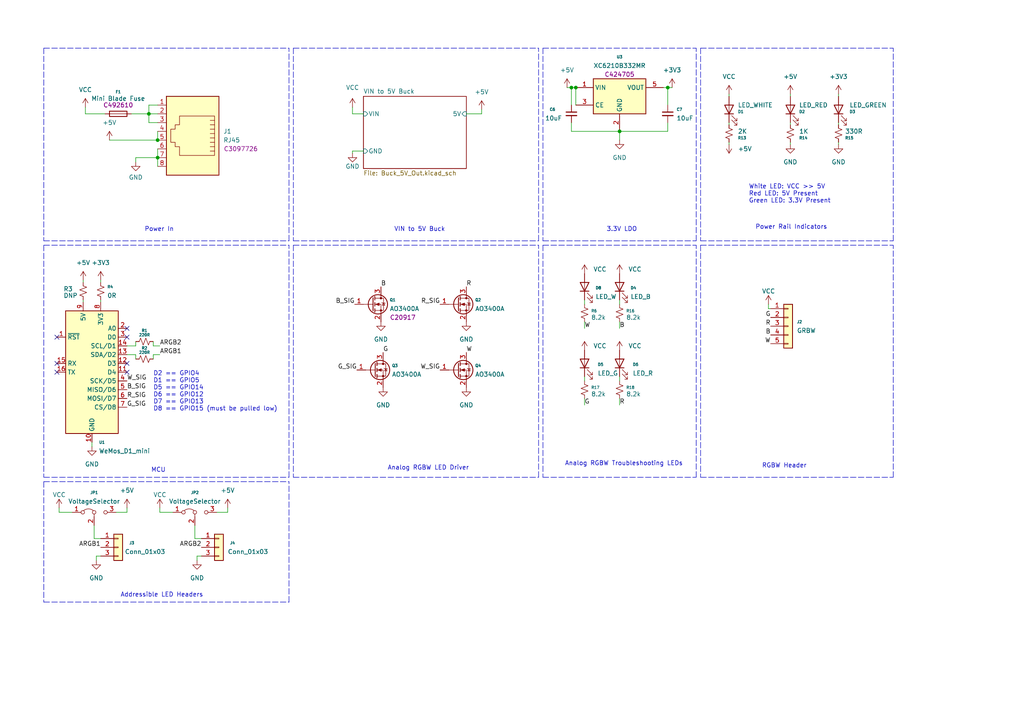
<source format=kicad_sch>
(kicad_sch (version 20211123) (generator eeschema)
  (paper "A4")
  (lib_symbols
    (symbol "Connector:RJ45" (pin_names (offset 1.016))
      (property "Reference" "J" (at -5.08 13.97 0))
      (property "Value" "RJ45" (at 2.54 13.97 0))
      (symbol "RJ45_0_1"
        (polyline (pts (xy -5.08 4.445) (xy -6.35 4.445)))
        (polyline (pts (xy -5.08 5.715) (xy -6.35 5.715)))
        (polyline (pts (xy -6.35 -3.175) (xy -5.08 -3.175) (xy -5.08 -3.175)))
        (polyline (pts (xy -6.35 -1.905) (xy -5.08 -1.905) (xy -5.08 -1.905)))
        (polyline (pts (xy -6.35 -0.635) (xy -5.08 -0.635) (xy -5.08 -0.635)))
        (polyline (pts (xy -6.35 0.635) (xy -5.08 0.635) (xy -5.08 0.635)))
        (polyline (pts (xy -6.35 1.905) (xy -5.08 1.905) (xy -5.08 1.905)))
        (polyline (pts (xy -5.08 3.175) (xy -6.35 3.175) (xy -6.35 3.175)))
        (polyline (pts (xy -6.35 -4.445) (xy -6.35 6.985) (xy 3.81 6.985) (xy 3.81 4.445) (xy 5.08 4.445) (xy 5.08 3.175) (xy 6.35 3.175) (xy 6.35 -0.635) (xy 5.08 -0.635) (xy 5.08 -1.905) (xy 3.81 -1.905) (xy 3.81 -4.445) (xy -6.35 -4.445) (xy -6.35 -4.445)))
        (rectangle (start 7.62 12.7) (end -7.62 -10.16) (stroke (width 0.254)) (fill (type background)))
      )
      (symbol "RJ45_1_1"
        (pin passive line (at 10.16 -7.62 180) (length 2.54) (name "~") (number "1"))
        (pin passive line (at 10.16 -5.08 180) (length 2.54) (name "~") (number "2"))
        (pin passive line (at 10.16 -2.54 180) (length 2.54) (name "~") (number "3"))
        (pin passive line (at 10.16 0 180) (length 2.54) (name "~") (number "4"))
        (pin passive line (at 10.16 2.54 180) (length 2.54) (name "~") (number "5"))
        (pin passive line (at 10.16 5.08 180) (length 2.54) (name "~") (number "6"))
        (pin passive line (at 10.16 7.62 180) (length 2.54) (name "~") (number "7"))
        (pin passive line (at 10.16 10.16 180) (length 2.54) (name "~") (number "8"))
      )
    )
    (symbol "Connector_Generic:Conn_01x03" (pin_names (offset 1.016) hide)
      (property "Reference" "J" (at 0 5.08 0))
      (property "Value" "Conn_01x03" (at 0 -5.08 0))
      (symbol "Conn_01x03_1_1"
        (rectangle (start -1.27 -2.413) (end 0 -2.667) (stroke (width 0.1524)))
        (rectangle (start -1.27 0.127) (end 0 -0.127) (stroke (width 0.1524)))
        (rectangle (start -1.27 2.667) (end 0 2.413) (stroke (width 0.1524)))
        (rectangle (start -1.27 3.81) (end 1.27 -3.81) (stroke (width 0.254)) (fill (type background)))
        (pin passive line (at -5.08 2.54 0) (length 3.81) (name "Pin_1") (number "1"))
        (pin passive line (at -5.08 0 0) (length 3.81) (name "Pin_2") (number "2"))
        (pin passive line (at -5.08 -2.54 0) (length 3.81) (name "Pin_3") (number "3"))
      )
    )
    (symbol "Connector_Generic:Conn_01x05" (pin_names (offset 1.016) hide)
      (property "Reference" "J" (at 0 7.62 0))
      (property "Value" "Conn_01x05" (at 0 -7.62 0))
      (symbol "Conn_01x05_1_1"
        (rectangle (start -1.27 -4.953) (end 0 -5.207) (stroke (width 0.1524)))
        (rectangle (start -1.27 -2.413) (end 0 -2.667) (stroke (width 0.1524)))
        (rectangle (start -1.27 0.127) (end 0 -0.127) (stroke (width 0.1524)))
        (rectangle (start -1.27 2.667) (end 0 2.413) (stroke (width 0.1524)))
        (rectangle (start -1.27 5.207) (end 0 4.953) (stroke (width 0.1524)))
        (rectangle (start -1.27 6.35) (end 1.27 -6.35) (stroke (width 0.254)) (fill (type background)))
        (pin passive line (at -5.08 5.08 0) (length 3.81) (name "Pin_1") (number "1"))
        (pin passive line (at -5.08 2.54 0) (length 3.81) (name "Pin_2") (number "2"))
        (pin passive line (at -5.08 0 0) (length 3.81) (name "Pin_3") (number "3"))
        (pin passive line (at -5.08 -2.54 0) (length 3.81) (name "Pin_4") (number "4"))
        (pin passive line (at -5.08 -5.08 0) (length 3.81) (name "Pin_5") (number "5"))
      )
    )
    (symbol "Device:C_Small" (pin_numbers hide) (pin_names (offset 0.254) hide)
      (property "Reference" "C" (at 0.254 1.778 0))
      (property "Value" "C_Small" (at 0.254 -2.032 0))
      (symbol "C_Small_0_1"
        (polyline (pts (xy -1.524 -0.508) (xy 1.524 -0.508)) (stroke (width 0.3302)))
        (polyline (pts (xy -1.524 0.508) (xy 1.524 0.508)) (stroke (width 0.3048)))
      )
      (symbol "C_Small_1_1"
        (pin passive line (at 0 2.54 270) (length 2.032) (name "~") (number "1"))
        (pin passive line (at 0 -2.54 90) (length 2.032) (name "~") (number "2"))
      )
    )
    (symbol "Device:Fuse" (pin_numbers hide) (pin_names (offset 0))
      (property "Reference" "F" (at 2.032 0 90))
      (property "Value" "Fuse" (at -1.905 0 90))
      (symbol "Fuse_0_1"
        (rectangle (start -0.762 -2.54) (end 0.762 2.54) (stroke (width 0.254)))
        (polyline (pts (xy 0 2.54) (xy 0 -2.54)))
      )
      (symbol "Fuse_1_1"
        (pin passive line (at 0 3.81 270) (length 1.27) (name "~") (number "1"))
        (pin passive line (at 0 -3.81 90) (length 1.27) (name "~") (number "2"))
      )
    )
    (symbol "Device:LED" (pin_numbers hide) (pin_names (offset 1.016) hide)
      (property "Reference" "D" (at 0 2.54 0))
      (property "Value" "LED" (at 0 -2.54 0))
      (symbol "LED_0_1"
        (polyline (pts (xy -1.27 -1.27) (xy -1.27 1.27)) (stroke (width 0.254)))
        (polyline (pts (xy -1.27 0) (xy 1.27 0)))
        (polyline (pts (xy 1.27 -1.27) (xy 1.27 1.27) (xy -1.27 0) (xy 1.27 -1.27)) (stroke (width 0.254)))
        (polyline (pts (xy -3.048 -0.762) (xy -4.572 -2.286) (xy -3.81 -2.286) (xy -4.572 -2.286) (xy -4.572 -1.524)))
        (polyline (pts (xy -1.778 -0.762) (xy -3.302 -2.286) (xy -2.54 -2.286) (xy -3.302 -2.286) (xy -3.302 -1.524)))
      )
      (symbol "LED_1_1"
        (pin passive line (at -3.81 0 0) (length 2.54) (name "K") (number "1"))
        (pin passive line (at 3.81 0 180) (length 2.54) (name "A") (number "2"))
      )
    )
    (symbol "Device:Q_NMOS_GSD" (pin_names (offset 0) hide)
      (property "Reference" "Q" (at 5.08 1.27 0))
      (property "Value" "Q_NMOS_GSD" (at 5.08 -1.27 0))
      (symbol "Q_NMOS_GSD_0_1"
        (polyline (pts (xy 0.254 0) (xy -2.54 0)))
        (polyline (pts (xy 0.254 1.905) (xy 0.254 -1.905)) (stroke (width 0.254)))
        (polyline (pts (xy 0.762 -1.27) (xy 0.762 -2.286)) (stroke (width 0.254)))
        (polyline (pts (xy 0.762 0.508) (xy 0.762 -0.508)) (stroke (width 0.254)))
        (polyline (pts (xy 0.762 2.286) (xy 0.762 1.27)) (stroke (width 0.254)))
        (polyline (pts (xy 2.54 2.54) (xy 2.54 1.778)))
        (polyline (pts (xy 2.54 -2.54) (xy 2.54 0) (xy 0.762 0)))
        (polyline (pts (xy 0.762 -1.778) (xy 3.302 -1.778) (xy 3.302 1.778) (xy 0.762 1.778)))
        (polyline (pts (xy 1.016 0) (xy 2.032 0.381) (xy 2.032 -0.381) (xy 1.016 0)) (fill (type outline)))
        (polyline (pts (xy 2.794 0.508) (xy 2.921 0.381) (xy 3.683 0.381) (xy 3.81 0.254)))
        (polyline (pts (xy 3.302 0.381) (xy 2.921 -0.254) (xy 3.683 -0.254) (xy 3.302 0.381)))
        (circle (center 1.651 0) (radius 2.794) (stroke (width 0.254)))
        (circle (center 2.54 -1.778) (radius 0.254) (fill (type outline)))
        (circle (center 2.54 1.778) (radius 0.254) (fill (type outline)))
      )
      (symbol "Q_NMOS_GSD_1_1"
        (pin input line (at -5.08 0 0) (length 2.54) (name "G") (number "1"))
        (pin passive line (at 2.54 -5.08 90) (length 2.54) (name "S") (number "2"))
        (pin passive line (at 2.54 5.08 270) (length 2.54) (name "D") (number "3"))
      )
    )
    (symbol "Device:R_Small_US" (pin_numbers hide) (pin_names (offset 0.254) hide)
      (property "Reference" "R" (at 0.762 0.508 0))
      (property "Value" "R_Small_US" (at 0.762 -1.016 0))
      (symbol "R_Small_US_1_1"
        (polyline (pts (xy 0 0) (xy 1.016 -0.381) (xy 0 -0.762) (xy -1.016 -1.143) (xy 0 -1.524)))
        (polyline (pts (xy 0 1.524) (xy 1.016 1.143) (xy 0 0.762) (xy -1.016 0.381) (xy 0 0)))
        (pin passive line (at 0 2.54 270) (length 1.016) (name "~") (number "1"))
        (pin passive line (at 0 -2.54 90) (length 1.016) (name "~") (number "2"))
      )
    )
    (symbol "Jumper:Jumper_3_Bridged12" (pin_names (offset 0) hide)
      (property "Reference" "JP" (at -2.54 -2.54 0))
      (property "Value" "Jumper_3_Bridged12" (at 0 2.794 0))
      (symbol "Jumper_3_Bridged12_0_0"
        (circle (center -3.302 0) (radius 0.508))
        (circle (center 0 0) (radius 0.508))
        (circle (center 3.302 0) (radius 0.508))
      )
      (symbol "Jumper_3_Bridged12_0_1"
        (arc (start -0.254 0.508) (mid -1.651 0.9912) (end -3.048 0.508))
        (polyline (pts (xy 0 -1.27) (xy 0 -0.508)))
      )
      (symbol "Jumper_3_Bridged12_1_1"
        (pin passive line (at -6.35 0 0) (length 2.54) (name "A") (number "1"))
        (pin input line (at 0 -3.81 90) (length 2.54) (name "C") (number "2"))
        (pin passive line (at 6.35 0 180) (length 2.54) (name "B") (number "3"))
      )
    )
    (symbol "MCU_Module:WeMos_D1_mini"
      (property "Reference" "U" (at 3.81 19.05 0))
      (property "Value" "WeMos_D1_mini" (at 1.27 -19.05 0))
      (symbol "WeMos_D1_mini_1_1"
        (rectangle (start -7.62 17.78) (end 7.62 -17.78) (stroke (width 0.254)) (fill (type background)))
        (pin input line (at -10.16 10.16 0) (length 2.54) (name "~{RST}") (number "1"))
        (pin power_in line (at 0 -20.32 90) (length 2.54) (name "GND") (number "10"))
        (pin bidirectional line (at 10.16 0 180) (length 2.54) (name "D4") (number "11"))
        (pin bidirectional line (at 10.16 2.54 180) (length 2.54) (name "D3") (number "12"))
        (pin bidirectional line (at 10.16 5.08 180) (length 2.54) (name "SDA/D2") (number "13"))
        (pin bidirectional line (at 10.16 7.62 180) (length 2.54) (name "SCL/D1") (number "14"))
        (pin input line (at -10.16 2.54 0) (length 2.54) (name "RX") (number "15"))
        (pin output line (at -10.16 0 0) (length 2.54) (name "TX") (number "16"))
        (pin input line (at 10.16 12.7 180) (length 2.54) (name "A0") (number "2"))
        (pin bidirectional line (at 10.16 10.16 180) (length 2.54) (name "D0") (number "3"))
        (pin bidirectional line (at 10.16 -2.54 180) (length 2.54) (name "SCK/D5") (number "4"))
        (pin bidirectional line (at 10.16 -5.08 180) (length 2.54) (name "MISO/D6") (number "5"))
        (pin bidirectional line (at 10.16 -7.62 180) (length 2.54) (name "MOSI/D7") (number "6"))
        (pin bidirectional line (at 10.16 -10.16 180) (length 2.54) (name "CS/D8") (number "7"))
        (pin power_out line (at 2.54 20.32 270) (length 2.54) (name "3V3") (number "8"))
        (pin power_in line (at -2.54 20.32 270) (length 2.54) (name "5V") (number "9"))
      )
    )
    (symbol "Regulator_Linear:XC6210B332MR"
      (property "Reference" "U" (at 0 8.89 0))
      (property "Value" "XC6210B332MR" (at 0 6.35 0))
      (symbol "XC6210B332MR_0_1"
        (rectangle (start -7.62 5.08) (end 7.62 -5.08) (stroke (width 0.254)) (fill (type background)))
      )
      (symbol "XC6210B332MR_1_1"
        (pin power_in line (at -12.7 2.54 0) (length 5.08) (name "VIN") (number "1"))
        (pin power_in line (at 0 -10.16 90) (length 5.08) (name "GND") (number "2"))
        (pin input line (at -12.7 -2.54 0) (length 5.08) (name "CE") (number "3"))
        (pin no_connect line (at 12.7 -2.54 180) (length 5.08) hide (name "NC") (number "4"))
        (pin power_out line (at 12.7 2.54 180) (length 5.08) (name "VOUT") (number "5"))
      )
    )
    (symbol "power:+3.3V" (power) (pin_names (offset 0))
      (property "Value" "+3.3V" (at 0 3.556 0))
      (symbol "+3.3V_0_1"
        (polyline (pts (xy -0.762 1.27) (xy 0 2.54)))
        (polyline (pts (xy 0 0) (xy 0 2.54)))
        (polyline (pts (xy 0 2.54) (xy 0.762 1.27)))
      )
      (symbol "+3.3V_1_1"
        (pin power_in line (at 0 0 90) (length 0) hide (name "+3V3") (number "1"))
      )
    )
    (symbol "power:+5V" (power) (pin_names (offset 0))
      (property "Value" "+5V" (at 0 3.556 0))
      (symbol "+5V_0_1"
        (polyline (pts (xy -0.762 1.27) (xy 0 2.54)))
        (polyline (pts (xy 0 0) (xy 0 2.54)))
        (polyline (pts (xy 0 2.54) (xy 0.762 1.27)))
      )
      (symbol "+5V_1_1"
        (pin power_in line (at 0 0 90) (length 0) hide (name "+5V") (number "1"))
      )
    )
    (symbol "power:GND" (power) (pin_names (offset 0))
      (property "Value" "GND" (at 0 -3.81 0))
      (symbol "GND_0_1"
        (polyline (pts (xy 0 0) (xy 0 -1.27) (xy 1.27 -1.27) (xy 0 -2.54) (xy -1.27 -1.27) (xy 0 -1.27)))
      )
      (symbol "GND_1_1"
        (pin power_in line (at 0 0 270) (length 0) hide (name "GND") (number "1"))
      )
    )
    (symbol "power:VCC" (power) (pin_names (offset 0))
      (property "Value" "VCC" (at 0 3.81 0))
      (symbol "VCC_0_1"
        (polyline (pts (xy -0.762 1.27) (xy 0 2.54)))
        (polyline (pts (xy 0 0) (xy 0 2.54)))
        (polyline (pts (xy 0 2.54) (xy 0.762 1.27)))
      )
      (symbol "VCC_1_1"
        (pin power_in line (at 0 0 90) (length 0) hide (name "VCC") (number "1"))
      )
    )
  )
  (junction (at 43.18 33.02))
  (junction (at 45.72 45.72))
  (junction (at 193.675 25.4))
  (junction (at 179.705 38.1))
  (junction (at 45.72 40.64))
  (junction (at 165.735 25.4))
  (junction (at 167.005 25.4))
  (no_connect (at 36.83 97.79))
  (no_connect (at 36.83 95.25))
  (no_connect (at 16.51 107.95))
  (no_connect (at 36.83 107.95))
  (no_connect (at 16.51 97.79))
  (no_connect (at 16.51 105.41))
  (no_connect (at 36.83 105.41))
  (wire (pts (xy 62.865 148.59) (xy 66.04 148.59)))
  (wire (pts (xy 45.72 45.72) (xy 45.72 48.26)))
  (polyline (pts (xy 12.7 13.97) (xy 12.7 69.85)))
  (wire (pts (xy 193.675 25.4) (xy 194.945 25.4)))
  (wire (pts (xy 44.45 100.33) (xy 46.355 100.33)))
  (wire (pts (xy 167.005 25.4) (xy 167.005 30.48)))
  (wire (pts (xy 192.405 25.4) (xy 193.675 25.4)))
  (wire (pts (xy 169.545 95.25) (xy 169.545 93.345)))
  (wire (pts (xy 102.235 43.815) (xy 105.41 43.815)))
  (wire (pts (xy 164.465 25.4) (xy 165.735 25.4)))
  (wire (pts (xy 169.545 110.49) (xy 169.545 109.22)))
  (polyline (pts (xy 203.2 69.85) (xy 259.08 69.85)))
  (wire (pts (xy 43.18 30.48) (xy 45.72 30.48)))
  (wire (pts (xy 45.72 35.56) (xy 43.18 35.56)))
  (polyline (pts (xy 203.2 13.97) (xy 203.2 69.85)))
  (wire (pts (xy 179.705 110.49) (xy 179.705 109.22)))
  (polyline (pts (xy 157.48 13.97) (xy 157.48 69.85)))
  (wire (pts (xy 179.705 95.25) (xy 179.705 93.345)))
  (polyline (pts (xy 12.7 71.12) (xy 12.7 138.43)))
  (wire (pts (xy 38.1 33.02) (xy 43.18 33.02)))
  (wire (pts (xy 39.37 45.72) (xy 45.72 45.72)))
  (polyline (pts (xy 203.2 71.12) (xy 259.08 71.12)))
  (wire (pts (xy 50.165 148.59) (xy 46.355 148.59)))
  (polyline (pts (xy 157.48 138.43) (xy 201.93 138.43)))
  (wire (pts (xy 29.21 86.995) (xy 29.21 87.63)))
  (wire (pts (xy 243.205 36.195) (xy 243.205 35.56)))
  (wire (pts (xy 44.45 99.06) (xy 44.45 100.33)))
  (wire (pts (xy 29.21 156.21) (xy 27.305 156.21)))
  (wire (pts (xy 229.235 36.195) (xy 229.235 35.56)))
  (wire (pts (xy 211.455 27.305) (xy 211.455 27.94)))
  (wire (pts (xy 31.75 40.64) (xy 45.72 40.64)))
  (wire (pts (xy 179.705 38.1) (xy 179.705 40.64)))
  (wire (pts (xy 36.83 148.59) (xy 36.83 147.32)))
  (wire (pts (xy 211.455 36.195) (xy 211.455 35.56)))
  (wire (pts (xy 39.37 46.99) (xy 39.37 45.72)))
  (polyline (pts (xy 157.48 13.97) (xy 201.93 13.97)))
  (wire (pts (xy 179.705 117.475) (xy 179.705 115.57)))
  (wire (pts (xy 27.305 156.21) (xy 27.305 152.4)))
  (polyline (pts (xy 201.93 138.43) (xy 201.93 71.12)))
  (wire (pts (xy 20.955 148.59) (xy 17.145 148.59)))
  (wire (pts (xy 211.455 41.91) (xy 211.455 41.275)))
  (wire (pts (xy 66.04 148.59) (xy 66.04 147.32)))
  (polyline (pts (xy 157.48 71.12) (xy 157.48 138.43)))
  (polyline (pts (xy 12.7 69.85) (xy 83.82 69.85)))
  (polyline (pts (xy 157.48 71.12) (xy 201.93 71.12)))
  (wire (pts (xy 102.235 33.02) (xy 105.41 33.02)))
  (polyline (pts (xy 203.2 71.12) (xy 203.2 138.43)))
  (wire (pts (xy 39.37 102.87) (xy 39.37 104.14)))
  (wire (pts (xy 58.42 156.21) (xy 56.515 156.21)))
  (wire (pts (xy 135.255 33.02) (xy 139.7 33.02)))
  (polyline (pts (xy 12.7 139.7) (xy 12.7 174.625)))
  (wire (pts (xy 102.235 31.115) (xy 102.235 33.02)))
  (polyline (pts (xy 156.21 69.85) (xy 156.21 13.97)))
  (polyline (pts (xy 83.82 138.43) (xy 83.82 71.12)))
  (polyline (pts (xy 12.7 13.97) (xy 83.82 13.97)))
  (wire (pts (xy 43.18 33.02) (xy 45.72 33.02)))
  (wire (pts (xy 57.15 161.29) (xy 57.15 162.56)))
  (wire (pts (xy 45.72 43.18) (xy 45.72 45.72)))
  (wire (pts (xy 179.705 38.1) (xy 165.735 38.1)))
  (polyline (pts (xy 12.7 139.7) (xy 83.82 139.7)))
  (wire (pts (xy 222.885 89.535) (xy 222.885 88.265)))
  (wire (pts (xy 165.735 38.1) (xy 165.735 35.56)))
  (polyline (pts (xy 12.7 71.12) (xy 83.82 71.12)))
  (wire (pts (xy 29.21 81.28) (xy 29.21 81.915)))
  (wire (pts (xy 36.83 102.87) (xy 39.37 102.87)))
  (wire (pts (xy 193.675 35.56) (xy 193.675 38.1)))
  (polyline (pts (xy 83.82 174.625) (xy 83.82 139.7)))
  (polyline (pts (xy 259.08 69.85) (xy 259.08 13.97)))
  (wire (pts (xy 229.235 27.305) (xy 229.235 27.94)))
  (polyline (pts (xy 203.2 13.97) (xy 259.08 13.97)))
  (wire (pts (xy 102.235 44.45) (xy 102.235 43.815)))
  (wire (pts (xy 17.145 148.59) (xy 17.145 147.32)))
  (wire (pts (xy 43.18 35.56) (xy 43.18 33.02)))
  (wire (pts (xy 33.655 148.59) (xy 36.83 148.59)))
  (polyline (pts (xy 85.09 138.43) (xy 156.21 138.43)))
  (polyline (pts (xy 201.93 69.85) (xy 201.93 13.97)))
  (polyline (pts (xy 157.48 69.85) (xy 201.93 69.85)))
  (wire (pts (xy 193.675 30.48) (xy 193.675 25.4)))
  (polyline (pts (xy 85.09 13.97) (xy 85.09 69.85)))
  (wire (pts (xy 243.205 27.305) (xy 243.205 27.94)))
  (polyline (pts (xy 203.2 138.43) (xy 259.08 138.43)))
  (wire (pts (xy 45.72 38.1) (xy 45.72 40.64)))
  (wire (pts (xy 165.735 25.4) (xy 167.005 25.4)))
  (wire (pts (xy 169.545 88.265) (xy 169.545 86.995)))
  (wire (pts (xy 24.13 86.995) (xy 24.13 87.63)))
  (wire (pts (xy 169.545 117.475) (xy 169.545 115.57)))
  (wire (pts (xy 27.94 161.29) (xy 27.94 162.56)))
  (wire (pts (xy 56.515 156.21) (xy 56.515 152.4)))
  (wire (pts (xy 36.83 100.33) (xy 39.37 100.33)))
  (wire (pts (xy 24.765 33.02) (xy 24.765 31.115)))
  (wire (pts (xy 179.705 38.1) (xy 193.675 38.1)))
  (wire (pts (xy 43.18 33.02) (xy 43.18 30.48)))
  (wire (pts (xy 44.45 104.14) (xy 44.45 102.87)))
  (polyline (pts (xy 156.21 138.43) (xy 156.21 71.12)))
  (wire (pts (xy 44.45 102.87) (xy 46.355 102.87)))
  (wire (pts (xy 139.7 33.02) (xy 139.7 31.75)))
  (wire (pts (xy 58.42 161.29) (xy 57.15 161.29)))
  (polyline (pts (xy 85.09 69.85) (xy 156.21 69.85)))
  (polyline (pts (xy 83.82 69.85) (xy 83.82 13.97)))
  (wire (pts (xy 46.355 148.59) (xy 46.355 147.32)))
  (wire (pts (xy 39.37 100.33) (xy 39.37 99.06)))
  (polyline (pts (xy 85.09 13.97) (xy 156.21 13.97)))
  (polyline (pts (xy 259.08 138.43) (xy 259.08 71.12)))
  (polyline (pts (xy 85.09 71.12) (xy 85.09 138.43)))
  (wire (pts (xy 26.67 128.27) (xy 26.67 129.54)))
  (wire (pts (xy 223.52 89.535) (xy 222.885 89.535)))
  (wire (pts (xy 24.13 81.915) (xy 24.13 81.28)))
  (wire (pts (xy 165.735 30.48) (xy 165.735 25.4)))
  (wire (pts (xy 229.235 41.91) (xy 229.235 41.275)))
  (wire (pts (xy 29.21 161.29) (xy 27.94 161.29)))
  (wire (pts (xy 179.705 88.265) (xy 179.705 86.995)))
  (wire (pts (xy 243.205 41.91) (xy 243.205 41.275)))
  (polyline (pts (xy 12.7 174.625) (xy 83.82 174.625)))
  (polyline (pts (xy 85.09 71.12) (xy 156.21 71.12)))
  (polyline (pts (xy 12.7 138.43) (xy 83.82 138.43)))
  (wire (pts (xy 30.48 33.02) (xy 24.765 33.02)))
  (text "Power In" (at 41.91 67.31 0) (effects (font (size 1.27 1.27)) (justify left bottom)))
  (text "MCU\n" (at 43.815 137.16 0) (effects (font (size 1.27 1.27)) (justify left bottom)))
  (text "VIN to 5V Buck\n" (at 114.3 67.31 0) (effects (font (size 1.27 1.27)) (justify left bottom)))
  (text "Analog RGBW LED Driver" (at 112.395 136.525 0) (effects (font (size 1.27 1.27)) (justify left bottom)))
  (text "Power Rail Indicators" (at 219.075 66.675 0) (effects (font (size 1.27 1.27)) (justify left bottom)))
  (text "RGBW Header" (at 220.98 135.89 0) (effects (font (size 1.27 1.27)) (justify left bottom)))
  (text "White LED: VCC >> 5V\nRed LED: 5V Present\nGreen LED: 3.3V Present" (at 217.17 59.055 0) (effects (font (size 1.27 1.27)) (justify left bottom)))
  (text "Addressible LED Headers" (at 34.925 173.355 0) (effects (font (size 1.27 1.27)) (justify left bottom)))
  (text "Analog RGBW Troubleshooting LEDs" (at 163.83 135.255 0) (effects (font (size 1.27 1.27)) (justify left bottom)))
  (text "D2 == GPIO4\nD1 == GPIO5\nD5 == GPIO14\nD6 == GPIO12\nD7 == GPIO13\nD8 == GPIO15 (must be pulled low)" (at 44.45 119.38 0) (effects (font (size 1.27 1.27)) (justify left bottom)))
  (text "3.3V LDO\n" (at 175.895 67.31 0) (effects (font (size 1.27 1.27)) (justify left bottom)))
  (label "R_SIG" (at 36.83 115.57 0))
  (label "ARGB1" (at 29.21 158.75 180))
  (label "G" (at 223.52 92.075 180))
  (label "B" (at 110.49 83.185 0))
  (label "R" (at 223.52 94.615 180))
  (label "W" (at 135.255 102.235 0))
  (label "B_SIG" (at 36.83 113.03 0))
  (label "R" (at 135.255 83.185 0))
  (label "B_SIG" (at 102.87 88.265 180))
  (label "R_SIG" (at 127.635 88.265 180))
  (label "G_SIG" (at 36.83 118.11 0))
  (label "G" (at 111.125 102.235 0))
  (label "ARGB2" (at 58.42 158.75 180))
  (label "B" (at 223.52 97.155 180))
  (label "W" (at 223.52 99.695 180))
  (label "W_SIG" (at 127.635 107.315 180))
  (label "ARGB2" (at 46.355 100.33 0))
  (label "ARGB1" (at 46.355 102.87 0))
  (label "B" (at 179.705 95.25 0))
  (label "R" (at 179.705 117.475 0))
  (label "W" (at 169.545 95.25 0))
  (label "G" (at 169.545 117.475 0))
  (label "W_SIG" (at 36.83 110.49 0))
  (label "G_SIG" (at 103.505 107.315 180))
  (symbol (lib_id "power:GND") (at 229.235 41.91 0) (unit 1)
    (property "Reference" "#PWR0149" (effects hide))
    (property "Value" "GND" (at 229.235 46.99 0))
  )
  (symbol (lib_id "power:+5V") (at 36.83 147.32 0) (unit 1)
    (property "Reference" "#PWR0120" (effects hide))
    (property "Value" "+5V" (at 36.83 142.24 0))
  )
  (symbol (lib_id "power:VCC") (at 24.765 31.115 0) (unit 1)
    (property "Reference" "#PWR0110" (effects hide))
    (property "Value" "VCC" (at 24.765 26.035 0))
  )
  (symbol (lib_id "power:+3.3V") (at 243.205 27.305 0) (unit 1)
    (property "Reference" "#PWR0146" (effects hide))
    (property "Value" "+3.3V" (at 243.205 22.225 0))
  )
  (symbol (lib_id "Device:LED") (at 169.545 83.185 90) (unit 1)
    (property "Reference" "D8" (at 172.72 83.5024 90) (effects (font (size 0.8 0.8)) (justify right)))
    (property "Value" "LED_W" (at 172.72 86.0424 90) (effects (justify right)))
    (property "Footprint" "LED_SMD:LED_0603_1608Metric" (effects hide))
    (property "LCSC Part Number" "C72043" (effects hide))
    (property "LCSC" "C72043" (effects hide))
  )
  (symbol (lib_id "Connector_Generic:Conn_01x03") (at 63.5 158.75 0) (unit 1)
    (property "Reference" "J4" (at 66.675 157.4799 0) (effects (font (size 0.8 0.8)) (justify left)))
    (property "Value" "Conn_01x03" (at 66.04 160.02 0) (effects (justify left)))
    (property "Footprint" "WS_LCSC_Connectors:1x03_16AWG_Wire2Board" (effects hide))
  )
  (symbol (lib_id "power:GND") (at 243.205 41.91 0) (unit 1)
    (property "Reference" "#PWR0148" (effects hide))
    (property "Value" "GND" (at 243.205 46.99 0))
  )
  (symbol (lib_id "Device:R_Small_US") (at 179.705 113.03 0) (unit 1)
    (property "Reference" "R18" (at 181.61 112.395 0) (effects (font (size 0.8 0.8)) (justify left)))
    (property "Value" "8.2k" (at 181.61 114.2999 0) (effects (justify left)))
    (property "Footprint" "Resistor_SMD:R_0402_1005Metric" (effects hide))
    (property "LCSC Part Number" "C25104" (effects hide))
    (property "LCSC" "C25104" (effects hide))
  )
  (symbol (lib_id "Device:LED") (at 211.455 31.75 90) (unit 1)
    (property "Reference" "D1" (at 213.995 32.385 90) (effects (font (size 0.8 0.8)) (justify right)))
    (property "Value" "LED_WHITE" (at 213.995 30.48 90) (effects (justify right)))
    (property "Footprint" "LED_SMD:LED_0603_1608Metric" (effects hide))
    (property "LCSC Part Number" "C72038" (effects hide))
    (property "LCSC" "C72038" (effects hide))
  )
  (symbol (lib_id "power:GND") (at 102.235 44.45 0) (unit 1)
    (property "Reference" "#PWR0108" (effects hide))
    (property "Value" "GND" (at 102.235 48.26 0))
  )
  (symbol (lib_id "power:VCC") (at 179.705 101.6 0) (unit 1)
    (property "Reference" "#PWR0151" (effects hide))
    (property "Value" "VCC" (at 182.245 100.3299 0) (effects (justify left)))
  )
  (symbol (lib_id "Device:Fuse") (at 34.29 33.02 90) (unit 1)
    (property "Reference" "F1" (at 34.29 26.67 90) (effects (font (size 0.8 0.8))))
    (property "Value" "Mini Blade Fuse" (at 34.29 28.575 90))
    (property "Footprint" "WS_LCSC_Fuses:XF-506P" (effects hide))
    (property "LCSC" "C492610" (at 34.29 30.48 90))
  )
  (symbol (lib_id "Connector:RJ45") (at 55.88 38.1 180) (unit 1)
    (property "Reference" "J1" (at 64.77 38.0999 0) (effects (justify right)))
    (property "Value" "RJ45" (at 64.77 40.6399 0) (effects (justify right)))
    (property "Footprint" "WS_LCSC_Connectors:RJ45_5501-88011111" (effects hide))
    (property "LCSC" "C3097726" (at 69.85 43.18 0))
  )
  (symbol (lib_id "power:+5V") (at 229.235 27.305 0) (unit 1)
    (property "Reference" "#PWR0145" (effects hide))
    (property "Value" "+5V" (at 229.235 22.225 0))
  )
  (symbol (lib_id "power:VCC") (at 169.545 79.375 0) (unit 1)
    (property "Reference" "#PWR0103" (effects hide))
    (property "Value" "VCC" (at 172.085 78.1049 0) (effects (justify left)))
  )
  (symbol (lib_id "power:GND") (at 135.255 93.345 0) (unit 1)
    (property "Reference" "#PWR0142" (effects hide))
    (property "Value" "GND" (at 135.255 98.425 0))
  )
  (symbol (lib_id "Jumper:Jumper_3_Bridged12") (at 56.515 148.59 0) (unit 1)
    (property "Reference" "JP2" (at 56.515 142.875 0) (effects (font (size 0.8 0.8))))
    (property "Value" "VoltageSelector" (at 56.515 145.415 0))
    (property "Footprint" "Jumper:SolderJumper-3_P1.3mm_Bridged2Bar12_Pad1.0x1.5mm" (effects hide))
  )
  (symbol (lib_id "power:GND") (at 39.37 46.99 0) (unit 1)
    (property "Reference" "#PWR0113" (effects hide))
    (property "Value" "GND" (at 39.37 51.435 0))
  )
  (symbol (lib_id "Device:R_Small_US") (at 179.705 90.805 0) (unit 1)
    (property "Reference" "R16" (at 181.61 90.17 0) (effects (font (size 0.8 0.8)) (justify left)))
    (property "Value" "8.2k" (at 181.61 92.0749 0) (effects (justify left)))
    (property "Footprint" "Resistor_SMD:R_0402_1005Metric" (effects hide))
    (property "LCSC Part Number" "C25104" (effects hide))
    (property "LCSC" "C25104" (effects hide))
  )
  (symbol (lib_id "power:+5V") (at 211.455 41.91 180) (unit 1)
    (property "Reference" "#PWR0144" (effects hide))
    (property "Value" "+5V" (at 213.995 43.1799 0) (effects (justify right)))
  )
  (symbol (lib_id "Device:LED") (at 179.705 83.185 90) (unit 1)
    (property "Reference" "D4" (at 182.88 83.5024 90) (effects (font (size 0.8 0.8)) (justify right)))
    (property "Value" "LED_B" (at 182.88 86.0424 90) (effects (justify right)))
    (property "Footprint" "LED_SMD:LED_0603_1608Metric" (effects hide))
    (property "LCSC Part Number" "C72043" (effects hide))
    (property "LCSC" "C72043" (effects hide))
  )
  (symbol (lib_id "power:GND") (at 27.94 162.56 0) (unit 1)
    (property "Reference" "#PWR0129" (effects hide))
    (property "Value" "GND" (at 27.94 167.64 0))
  )
  (symbol (lib_id "power:+5V") (at 66.04 147.32 0) (unit 1)
    (property "Reference" "#PWR0131" (effects hide))
    (property "Value" "+5V" (at 66.04 142.24 0))
  )
  (symbol (lib_id "Device:R_Small_US") (at 229.235 38.735 0) (unit 1)
    (property "Reference" "R14" (at 231.775 40.005 0) (effects (font (size 0.8 0.8)) (justify left)))
    (property "Value" "1K" (at 231.775 38.1 0) (effects (justify left)))
    (property "Footprint" "Resistor_SMD:R_0402_1005Metric" (effects hide))
    (property "LCSC Part Number" "C11702" (effects hide))
    (property "LCSC" "C11702" (effects hide))
  )
  (symbol (lib_id "Device:Q_NMOS_GSD") (at 132.715 107.315 0) (unit 1)
    (property "Reference" "Q4" (at 137.795 106.045 0) (effects (font (size 0.8 0.8)) (justify left)))
    (property "Value" "AO3400A" (at 137.795 108.585 0) (effects (justify left)))
    (property "Footprint" "Package_TO_SOT_SMD:SOT-23" (effects hide))
    (property "LCSC Part Number" "C20917" (effects hide))
    (property "LCSC" "C20917" (effects hide))
  )
  (symbol (lib_id "power:+5V") (at 139.7 31.75 0) (unit 1)
    (property "Reference" "#PWR0107" (effects hide))
    (property "Value" "+5V" (at 139.7 26.67 0))
  )
  (symbol (lib_id "Regulator_Linear:XC6210B332MR") (at 179.705 27.94 0) (unit 1)
    (property "Reference" "U3" (at 179.705 16.51 0) (effects (font (size 0.8 0.8))))
    (property "Value" "XC6210B332MR" (at 179.705 19.05 0))
    (property "Footprint" "Package_TO_SOT_SMD:SOT-23-5" (effects hide))
    (property "Datasheet" "https://www.torexsemi.com/file/xc6210/XC6210.pdf" (effects hide))
    (property "LCSC Part Number" "C424705" (effects hide))
    (property "LCSC" "C424705" (at 179.705 21.59 0))
  )
  (symbol (lib_id "Device:R_Small_US") (at 24.13 84.455 0) (unit 1)
    (property "Reference" "R3" (at 18.415 83.82 0) (effects (justify left)))
    (property "Value" "DNP" (at 18.415 85.725 0) (effects (justify left)))
    (property "Footprint" "Resistor_SMD:R_0402_1005Metric" (effects hide))
  )
  (symbol (lib_id "Device:R_Small_US") (at 29.21 84.455 0) (unit 1)
    (property "Reference" "R4" (at 31.115 83.1849 0) (effects (font (size 0.8 0.8)) (justify left)))
    (property "Value" "0R" (at 31.115 85.7249 0) (effects (justify left)))
    (property "Footprint" "Resistor_SMD:R_0402_1005Metric" (effects hide))
    (property "LCSC" "C17168" (effects hide))
    (property "LCSC Part Number" "C17168" (effects hide))
  )
  (symbol (lib_id "power:+5V") (at 31.75 40.64 0) (unit 1)
    (property "Reference" "#PWR0112" (effects hide))
    (property "Value" "+5V" (at 31.75 35.56 0))
  )
  (symbol (lib_id "power:+3.3V") (at 194.945 25.4 0) (unit 1)
    (property "Reference" "#PWR0115" (effects hide))
    (property "Value" "+3.3V" (at 194.945 20.32 0))
  )
  (symbol (lib_id "power:VCC") (at 46.355 147.32 0) (unit 1)
    (property "Reference" "#PWR0122" (effects hide))
    (property "Value" "VCC" (at 44.45 143.51 0) (effects (justify left)))
  )
  (symbol (lib_id "power:GND") (at 179.705 40.64 0) (unit 1)
    (property "Reference" "#PWR0111" (effects hide))
    (property "Value" "GND" (at 179.705 45.72 0))
  )
  (symbol (lib_id "Device:Q_NMOS_GSD") (at 107.95 88.265 0) (unit 1)
    (property "Reference" "Q1" (at 113.03 86.995 0) (effects (font (size 0.8 0.8)) (justify left)))
    (property "Value" "AO3400A" (at 113.03 89.535 0) (effects (justify left)))
    (property "Footprint" "Package_TO_SOT_SMD:SOT-23" (effects hide))
    (property "LCSC Part Number" "C20917" (at 116.84 92.075 0))
    (property "LCSC" "C20917" (effects hide))
  )
  (symbol (lib_id "power:VCC") (at 179.705 79.375 0) (unit 1)
    (property "Reference" "#PWR0147" (effects hide))
    (property "Value" "VCC" (at 182.245 78.1049 0) (effects (justify left)))
  )
  (symbol (lib_id "power:+5V") (at 164.465 25.4 0) (unit 1)
    (property "Reference" "#PWR0114" (effects hide))
    (property "Value" "+5V" (at 164.465 20.32 0))
  )
  (symbol (lib_id "MCU_Module:WeMos_D1_mini") (at 26.67 107.95 0) (unit 1)
    (property "Reference" "U1" (at 28.6894 128.27 0) (effects (font (size 0.8 0.8)) (justify left)))
    (property "Value" "WeMos_D1_mini" (at 28.6894 130.81 0) (effects (justify left)))
    (property "Footprint" "Module:WEMOS_D1_mini_light" (effects hide))
    (property "Datasheet" "https://wiki.wemos.cc/products:d1:d1_mini#documentation" (effects hide))
  )
  (symbol (lib_id "power:GND") (at 135.255 112.395 0) (unit 1)
    (property "Reference" "#PWR0101" (effects hide))
    (property "Value" "GND" (at 135.255 117.475 0))
  )
  (symbol (lib_id "Device:LED") (at 169.545 105.41 90) (unit 1)
    (property "Reference" "D5" (at 173.355 105.7274 90) (effects (font (size 0.8 0.8)) (justify right)))
    (property "Value" "LED_G" (at 173.355 108.2674 90) (effects (justify right)))
    (property "Footprint" "LED_SMD:LED_0603_1608Metric" (effects hide))
    (property "LCSC Part Number" "C72043" (effects hide))
    (property "LCSC" "C72043" (effects hide))
  )
  (symbol (lib_id "power:+3.3V") (at 29.21 81.28 0) (unit 1)
    (property "Reference" "#PWR0104" (effects hide))
    (property "Value" "+3.3V" (at 29.21 76.2 0))
  )
  (symbol (lib_id "power:VCC") (at 102.235 31.115 0) (unit 1)
    (property "Reference" "#PWR0109" (effects hide))
    (property "Value" "VCC" (at 102.235 25.4 0))
  )
  (symbol (lib_id "Device:Q_NMOS_GSD") (at 132.715 88.265 0) (unit 1)
    (property "Reference" "Q2" (at 137.795 86.995 0) (effects (font (size 0.8 0.8)) (justify left)))
    (property "Value" "AO3400A" (at 137.795 89.535 0) (effects (justify left)))
    (property "Footprint" "Package_TO_SOT_SMD:SOT-23" (effects hide))
    (property "LCSC Part Number" "C20917" (effects hide))
    (property "LCSC" "C20917" (effects hide))
  )
  (symbol (lib_id "Device:R_Small_US") (at 169.545 90.805 0) (unit 1)
    (property "Reference" "R6" (at 171.45 90.17 0) (effects (font (size 0.8 0.8)) (justify left)))
    (property "Value" "8.2k" (at 171.45 92.0749 0) (effects (justify left)))
    (property "Footprint" "Resistor_SMD:R_0402_1005Metric" (effects hide))
    (property "LCSC Part Number" "C25104" (effects hide))
    (property "LCSC" "C25104" (effects hide))
  )
  (symbol (lib_id "Device:Q_NMOS_GSD") (at 108.585 107.315 0) (unit 1)
    (property "Reference" "Q3" (at 113.665 106.045 0) (effects (font (size 0.8 0.8)) (justify left)))
    (property "Value" "AO3400A" (at 113.665 108.585 0) (effects (justify left)))
    (property "Footprint" "Package_TO_SOT_SMD:SOT-23" (effects hide))
    (property "LCSC Part Number" "C20917" (effects hide))
    (property "LCSC" "C20917" (effects hide))
  )
  (symbol (lib_id "Device:LED") (at 243.205 31.75 90) (unit 1)
    (property "Reference" "D3" (at 246.38 32.385 90) (effects (font (size 0.8 0.8)) (justify right)))
    (property "Value" "LED_GREEN" (at 246.38 30.48 90) (effects (justify right)))
    (property "Footprint" "LED_SMD:LED_0603_1608Metric" (effects hide))
    (property "LCSC Part Number" "C72043" (effects hide))
    (property "LCSC" "C72043" (effects hide))
  )
  (symbol (lib_id "Device:LED") (at 229.235 31.75 90) (unit 1)
    (property "Reference" "D2" (at 231.775 32.385 90) (effects (font (size 0.8 0.8)) (justify right)))
    (property "Value" "LED_RED" (at 231.775 30.48 90) (effects (justify right)))
    (property "Footprint" "LED_SMD:LED_0603_1608Metric" (effects hide))
    (property "LCSC Part Number" "C2290" (effects hide))
    (property "LCSC" "C2290" (effects hide))
  )
  (symbol (lib_id "power:GND") (at 57.15 162.56 0) (unit 1)
    (property "Reference" "#PWR0130" (effects hide))
    (property "Value" "GND" (at 57.15 167.64 0))
  )
  (symbol (lib_id "Device:R_Small_US") (at 41.91 99.06 90) (unit 1)
    (property "Reference" "R1" (at 41.91 95.885 90) (effects (font (size 0.8 0.8))))
    (property "Value" "220R" (at 41.91 97.155 90) (effects (font (size 0.8 0.8))))
    (property "Footprint" "Resistor_SMD:R_0402_1005Metric" (effects hide))
    (property "LCSC" "C25091" (effects hide))
    (property "LCSC Part Number" "C25091" (effects hide))
  )
  (symbol (lib_id "power:VCC") (at 17.145 147.32 0) (unit 1)
    (property "Reference" "#PWR0128" (effects hide))
    (property "Value" "VCC" (at 15.24 143.51 0) (effects (justify left)))
  )
  (symbol (lib_id "Connector_Generic:Conn_01x05") (at 228.6 94.615 0) (unit 1)
    (property "Reference" "J2" (at 231.14 93.3449 0) (effects (font (size 0.8 0.8)) (justify left)))
    (property "Value" "GRBW" (at 231.14 95.8849 0) (effects (justify left)))
    (property "Footprint" "WS_LCSC_Connectors:1x05_16AWG_Wire2Board" (effects hide))
  )
  (symbol (lib_id "Jumper:Jumper_3_Bridged12") (at 27.305 148.59 0) (unit 1)
    (property "Reference" "JP1" (at 27.305 142.875 0) (effects (font (size 0.8 0.8))))
    (property "Value" "VoltageSelector" (at 27.305 145.415 0))
    (property "Footprint" "Jumper:SolderJumper-3_P1.3mm_Bridged2Bar12_Pad1.0x1.5mm" (effects hide))
  )
  (symbol (lib_id "Device:C_Small") (at 165.735 33.02 0) (unit 1)
    (property "Reference" "C6" (at 159.385 31.75 0) (effects (font (size 0.8 0.8)) (justify left)))
    (property "Value" "10uF" (at 158.115 34.29 0) (effects (justify left)))
    (property "Footprint" "Capacitor_SMD:C_0402_1005Metric" (effects hide))
    (property "LCSC Part Number" "C15525" (effects hide))
    (property "LCSC" "C15525" (effects hide))
  )
  (symbol (lib_id "power:GND") (at 111.125 112.395 0) (unit 1)
    (property "Reference" "#PWR0143" (effects hide))
    (property "Value" "GND" (at 111.125 117.475 0))
  )
  (symbol (lib_id "Device:LED") (at 179.705 105.41 90) (unit 1)
    (property "Reference" "D6" (at 183.515 105.7274 90) (effects (font (size 0.8 0.8)) (justify right)))
    (property "Value" "LED_R" (at 183.515 108.2674 90) (effects (justify right)))
    (property "Footprint" "LED_SMD:LED_0603_1608Metric" (effects hide))
    (property "LCSC Part Number" "C72043" (effects hide))
    (property "LCSC" "C72043" (effects hide))
  )
  (symbol (lib_id "power:VCC") (at 169.545 101.6 0) (unit 1)
    (property "Reference" "#PWR0150" (effects hide))
    (property "Value" "VCC" (at 172.085 100.3299 0) (effects (justify left)))
  )
  (symbol (lib_id "Device:R_Small_US") (at 169.545 113.03 0) (unit 1)
    (property "Reference" "R17" (at 171.45 112.395 0) (effects (font (size 0.8 0.8)) (justify left)))
    (property "Value" "8.2k" (at 171.45 114.2999 0) (effects (justify left)))
    (property "Footprint" "Resistor_SMD:R_0402_1005Metric" (effects hide))
    (property "LCSC Part Number" "C25104" (effects hide))
    (property "LCSC" "C25104" (effects hide))
  )
  (symbol (lib_id "Device:R_Small_US") (at 243.205 38.735 0) (unit 1)
    (property "Reference" "R15" (at 245.11 40.005 0) (effects (font (size 0.8 0.8)) (justify left)))
    (property "Value" "330R" (at 245.11 38.1 0) (effects (justify left)))
    (property "Footprint" "Resistor_SMD:R_0402_1005Metric" (effects hide))
    (property "LCSC Part Number" "C25104" (effects hide))
    (property "LCSC" "C25104" (effects hide))
  )
  (symbol (lib_id "power:+5V") (at 24.13 81.28 0) (unit 1)
    (property "Reference" "#PWR0105" (effects hide))
    (property "Value" "+5V" (at 24.13 76.2 0))
  )
  (symbol (lib_id "power:GND") (at 26.67 129.54 0) (unit 1)
    (property "Reference" "#PWR0102" (effects hide))
    (property "Value" "GND" (at 26.67 134.62 0))
  )
  (symbol (lib_id "power:VCC") (at 222.885 88.265 0) (unit 1)
    (property "Reference" "#PWR0119" (effects hide))
    (property "Value" "VCC" (at 220.98 84.455 0) (effects (justify left)))
  )
  (symbol (lib_id "Device:R_Small_US") (at 41.91 104.14 90) (unit 1)
    (property "Reference" "R2" (at 41.91 100.965 90) (effects (font (size 0.8 0.8))))
    (property "Value" "220R" (at 41.91 102.235 90) (effects (font (size 0.8 0.8))))
    (property "Footprint" "Resistor_SMD:R_0402_1005Metric" (effects hide))
    (property "LCSC" "C25091" (effects hide))
    (property "LCSC Part Number" "C25091" (effects hide))
  )
  (symbol (lib_id "Connector_Generic:Conn_01x03") (at 34.29 158.75 0) (unit 1)
    (property "Reference" "J3" (at 37.465 157.4799 0) (effects (font (size 0.8 0.8)) (justify left)))
    (property "Value" "Conn_01x03" (at 36.195 160.02 0) (effects (justify left)))
    (property "Footprint" "WS_LCSC_Connectors:1x03_16AWG_Wire2Board" (effects hide))
  )
  (symbol (lib_id "power:GND") (at 110.49 93.345 0) (unit 1)
    (property "Reference" "#PWR0141" (effects hide))
    (property "Value" "GND" (at 110.49 98.425 0))
  )
  (symbol (lib_id "Device:C_Small") (at 193.675 33.02 0) (unit 1)
    (property "Reference" "C7" (at 196.215 31.7562 0) (effects (font (size 0.8 0.8)) (justify left)))
    (property "Value" "10uF" (at 196.215 34.2962 0) (effects (justify left)))
    (property "Footprint" "Capacitor_SMD:C_0402_1005Metric" (effects hide))
    (property "LCSC Part Number" "C15525" (effects hide))
    (property "LCSC" "C15525" (effects hide))
  )
  (symbol (lib_id "Device:R_Small_US") (at 211.455 38.735 0) (unit 1)
    (property "Reference" "R13" (at 213.995 40.005 0) (effects (font (size 0.8 0.8)) (justify left)))
    (property "Value" "2K" (at 213.995 38.1 0) (effects (justify left)))
    (property "Footprint" "Resistor_SMD:R_0402_1005Metric" (effects hide))
    (property "LCSC Part Number" "C4109" (effects hide))
    (property "LCSC" "C4109" (effects hide))
  )
  (symbol (lib_id "power:VCC") (at 211.455 27.305 0) (unit 1)
    (property "Reference" "#PWR0121" (effects hide))
    (property "Value" "VCC" (at 211.455 22.225 0))
  )
  (sheet (at 105.41 27.94) (size 29.845 20.955) (stroke (width 0.1524))
    (property "Sheet name" "VIN to 5V Buck" (at 105.41 27.2284 0) (effects (justify left bottom)))
    (property "Sheet file" "Buck_5V_Out.kicad_sch" (at 105.41 49.4796 0) (effects (justify left top)))
    (pin "VIN" input (at 105.41 33.02 180))
    (pin "5V" input (at 135.255 33.02 0))
    (pin "GND" input (at 105.41 43.815 180))
  )
)
</source>
